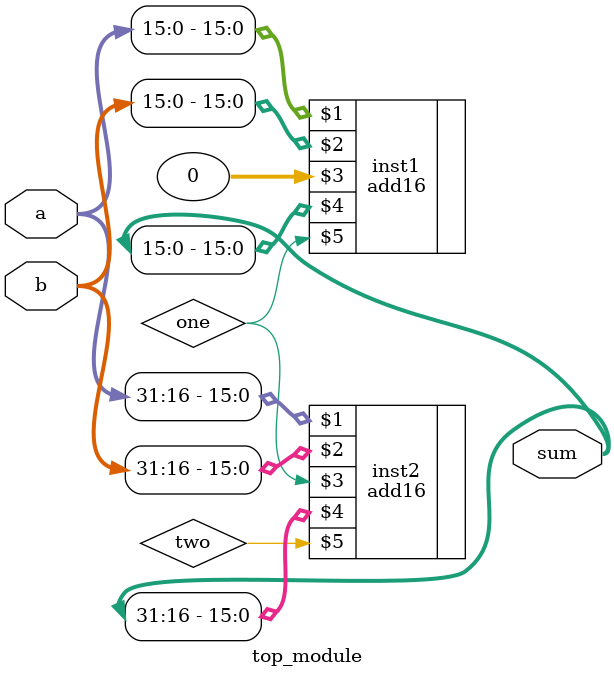
<source format=v>
module top_module(
    input [31:0] a,
    input [31:0] b,
    output [31:0] sum
);
	wire one, two;
    add16 inst1(a[15:0], b[15:0], 0, sum[15:0], one);
    add16 inst2(a[31:16], b[31:16], one, sum[31:16], two);
    
endmodule

</source>
